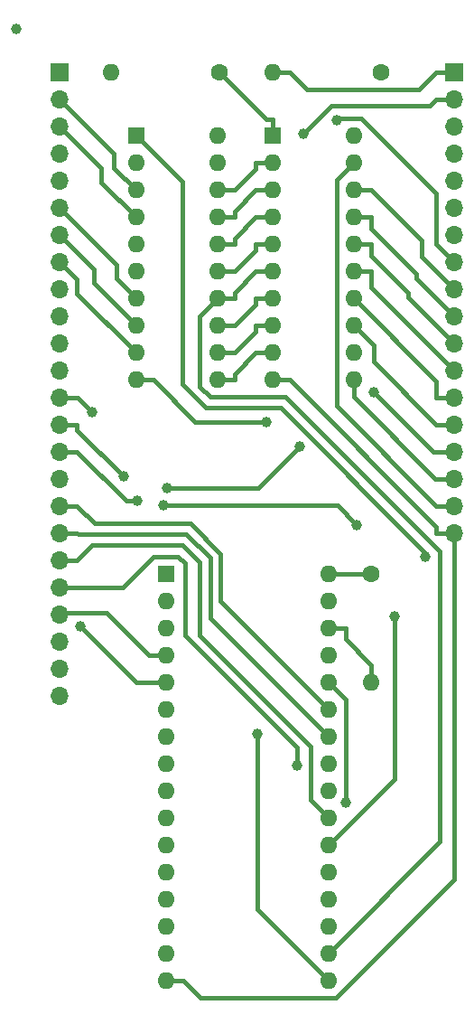
<source format=gbr>
%TF.GenerationSoftware,KiCad,Pcbnew,7.0.2*%
%TF.CreationDate,2023-06-04T09:31:09+01:00*%
%TF.ProjectId,RIO-128K_ZXspectrum_impl_narrow,52494f2d-3132-4384-9b5f-5a5873706563,rev?*%
%TF.SameCoordinates,PX69db9c0PY3ef1480*%
%TF.FileFunction,Copper,L1,Top*%
%TF.FilePolarity,Positive*%
%FSLAX46Y46*%
G04 Gerber Fmt 4.6, Leading zero omitted, Abs format (unit mm)*
G04 Created by KiCad (PCBNEW 7.0.2) date 2023-06-04 09:31:09*
%MOMM*%
%LPD*%
G01*
G04 APERTURE LIST*
%TA.AperFunction,ComponentPad*%
%ADD10R,1.600000X1.600000*%
%TD*%
%TA.AperFunction,ComponentPad*%
%ADD11O,1.600000X1.600000*%
%TD*%
%TA.AperFunction,ComponentPad*%
%ADD12C,1.600000*%
%TD*%
%TA.AperFunction,ComponentPad*%
%ADD13R,1.700000X1.700000*%
%TD*%
%TA.AperFunction,ComponentPad*%
%ADD14O,1.700000X1.700000*%
%TD*%
%TA.AperFunction,ViaPad*%
%ADD15C,1.000000*%
%TD*%
%TA.AperFunction,Conductor*%
%ADD16C,0.400000*%
%TD*%
G04 APERTURE END LIST*
D10*
%TO.P,RIO_DECODER1,1,A->B*%
%TO.N,Net-(RIO_DECODER1-A->B)*%
X24000000Y-10000000D03*
D11*
%TO.P,RIO_DECODER1,2,A0*%
%TO.N,/RIO-128K_ZXspectrum/ROM_D0*%
X24000000Y-12540000D03*
%TO.P,RIO_DECODER1,3,A1*%
%TO.N,/RIO-128K_ZXspectrum/ROM_D1*%
X24000000Y-15080000D03*
%TO.P,RIO_DECODER1,4,A2*%
%TO.N,/RIO-128K_ZXspectrum/ROM_D2*%
X24000000Y-17620000D03*
%TO.P,RIO_DECODER1,5,A3*%
%TO.N,/RIO-128K_ZXspectrum/ROM_D3*%
X24000000Y-20160000D03*
%TO.P,RIO_DECODER1,6,A4*%
%TO.N,/RIO-128K_ZXspectrum/ROM_D4*%
X24000000Y-22700000D03*
%TO.P,RIO_DECODER1,7,A5*%
%TO.N,/RIO-128K_ZXspectrum/ROM_D5*%
X24000000Y-25240000D03*
%TO.P,RIO_DECODER1,8,A6*%
%TO.N,/RIO-128K_ZXspectrum/ROM_D6*%
X24000000Y-27780000D03*
%TO.P,RIO_DECODER1,9,A7*%
%TO.N,/RIO-128K_ZXspectrum/ROM_D7*%
X24000000Y-30320000D03*
%TO.P,RIO_DECODER1,10,GND*%
%TO.N,GND*%
X24000000Y-32860000D03*
%TO.P,RIO_DECODER1,11,B7*%
%TO.N,/RIO-128K_ZXspectrum/Z80_HARDLOCK_SET*%
X31620000Y-32860000D03*
%TO.P,RIO_DECODER1,12,B6*%
%TO.N,/RIO-128K_ZXspectrum/Z80_HARDLOCK_RESET*%
X31620000Y-30320000D03*
%TO.P,RIO_DECODER1,13,B5*%
%TO.N,/RIO-128K_ZXspectrum/WAIT_IO*%
X31620000Y-27780000D03*
%TO.P,RIO_DECODER1,14,B4*%
%TO.N,/RIO-128K_ZXspectrum/CACHE_DATASTATUS*%
X31620000Y-25240000D03*
%TO.P,RIO_DECODER1,15,B3*%
%TO.N,/RIO-128K_ZXspectrum/CACHE_SEL_3*%
X31620000Y-22700000D03*
%TO.P,RIO_DECODER1,16,B2*%
%TO.N,/RIO-128K_ZXspectrum/CACHE_SEL_2*%
X31620000Y-20160000D03*
%TO.P,RIO_DECODER1,17,B1*%
%TO.N,/RIO-128K_ZXspectrum/CACHE_SEL_1*%
X31620000Y-17620000D03*
%TO.P,RIO_DECODER1,18,B0*%
%TO.N,/RIO-128K_ZXspectrum/CACHE_SEL_0*%
X31620000Y-15080000D03*
%TO.P,RIO_DECODER1,19,CE*%
%TO.N,/RIO-128K_ZXspectrum/PERM_Z80_IORQ*%
X31620000Y-12540000D03*
%TO.P,RIO_DECODER1,20,VCC*%
%TO.N,+5V*%
X31620000Y-10000000D03*
%TD*%
D12*
%TO.P,R3,1*%
%TO.N,/RIO-128K_ZXspectrum/CACHE_DATASTATUS*%
X34160000Y-4000000D03*
D11*
%TO.P,R3,2*%
%TO.N,+5V*%
X24000000Y-4000000D03*
%TD*%
D10*
%TO.P,RIO1,1,NC*%
%TO.N,unconnected-(RIO1-NC-Pad1)*%
X14000000Y-51000000D03*
D11*
%TO.P,RIO1,2,A16*%
%TO.N,/RIO-128K_ZXspectrum/RIO_CONTROL.A16*%
X14000000Y-53540000D03*
%TO.P,RIO1,3,A14*%
%TO.N,/RIO-128K_ZXspectrum/RIO_CONTROL.A14*%
X14000000Y-56080000D03*
%TO.P,RIO1,4,A12*%
%TO.N,/RIO-128K_ZXspectrum/Z80_A12*%
X14000000Y-58620000D03*
%TO.P,RIO1,5,A7*%
%TO.N,/RIO-128K_ZXspectrum/Z80_A7*%
X14000000Y-61160000D03*
%TO.P,RIO1,6,A6*%
%TO.N,/RIO-128K_ZXspectrum/Z80_A6*%
X14000000Y-63700000D03*
%TO.P,RIO1,7,A5*%
%TO.N,/RIO-128K_ZXspectrum/Z80_A5*%
X14000000Y-66240000D03*
%TO.P,RIO1,8,A4*%
%TO.N,/RIO-128K_ZXspectrum/Z80_A4*%
X14000000Y-68780000D03*
%TO.P,RIO1,9,A3*%
%TO.N,/RIO-128K_ZXspectrum/Z80_A3*%
X14000000Y-71320000D03*
%TO.P,RIO1,10,A2*%
%TO.N,/RIO-128K_ZXspectrum/Z80_A2*%
X14000000Y-73860000D03*
%TO.P,RIO1,11,A1*%
%TO.N,/RIO-128K_ZXspectrum/Z80_A1*%
X14000000Y-76400000D03*
%TO.P,RIO1,12,A0*%
%TO.N,/RIO-128K_ZXspectrum/Z80_A0*%
X14000000Y-78940000D03*
%TO.P,RIO1,13,DQ0*%
%TO.N,/RIO-128K_ZXspectrum/ROM_D0*%
X14000000Y-81480000D03*
%TO.P,RIO1,14,DQ1*%
%TO.N,/RIO-128K_ZXspectrum/ROM_D1*%
X14000000Y-84020000D03*
%TO.P,RIO1,15,DQ2*%
%TO.N,/RIO-128K_ZXspectrum/ROM_D2*%
X14000000Y-86560000D03*
%TO.P,RIO1,16,VSS*%
%TO.N,GND*%
X14000000Y-89100000D03*
%TO.P,RIO1,17,DQ3*%
%TO.N,/RIO-128K_ZXspectrum/ROM_D3*%
X29240000Y-89100000D03*
%TO.P,RIO1,18,DQ4*%
%TO.N,/RIO-128K_ZXspectrum/ROM_D4*%
X29240000Y-86560000D03*
%TO.P,RIO1,19,DQ5*%
%TO.N,/RIO-128K_ZXspectrum/ROM_D5*%
X29240000Y-84020000D03*
%TO.P,RIO1,20,DQ6*%
%TO.N,/RIO-128K_ZXspectrum/ROM_D6*%
X29240000Y-81480000D03*
%TO.P,RIO1,21,DQ7*%
%TO.N,/RIO-128K_ZXspectrum/ROM_D7*%
X29240000Y-78940000D03*
%TO.P,RIO1,22,CE#*%
%TO.N,/RIO-128K_ZXspectrum/RIO_CONTROL.CE*%
X29240000Y-76400000D03*
%TO.P,RIO1,23,A10*%
%TO.N,/RIO-128K_ZXspectrum/Z80_A10*%
X29240000Y-73860000D03*
%TO.P,RIO1,24,OE#*%
%TO.N,/RIO-128K_ZXspectrum/RIO_CONTROL.OE*%
X29240000Y-71320000D03*
%TO.P,RIO1,25,A11*%
%TO.N,/RIO-128K_ZXspectrum/Z80_A11*%
X29240000Y-68780000D03*
%TO.P,RIO1,26,A9*%
%TO.N,/RIO-128K_ZXspectrum/Z80_A9*%
X29240000Y-66240000D03*
%TO.P,RIO1,27,A8*%
%TO.N,/RIO-128K_ZXspectrum/Z80_A8*%
X29240000Y-63700000D03*
%TO.P,RIO1,28,A13*%
%TO.N,/RIO-128K_ZXspectrum/Z80_A13*%
X29240000Y-61160000D03*
%TO.P,RIO1,29,WE#*%
%TO.N,/RIO-128K_ZXspectrum/RIO_CONTROL.WE*%
X29240000Y-58620000D03*
%TO.P,RIO1,30,CE2#*%
%TO.N,/RIO-128K_ZXspectrum/RIO_CE2*%
X29240000Y-56080000D03*
%TO.P,RIO1,31,A15*%
%TO.N,/RIO-128K_ZXspectrum/RIO_CONTROL.A15*%
X29240000Y-53540000D03*
%TO.P,RIO1,32,VCC*%
%TO.N,+5V*%
X29240000Y-51000000D03*
%TD*%
D10*
%TO.P,Z80-RIO_DATA1,1,A->B*%
%TO.N,/RIO-128K_ZXspectrum/RIO_CONTROL.OE*%
X11200000Y-10000000D03*
D11*
%TO.P,Z80-RIO_DATA1,2,A0*%
%TO.N,/RIO-128K_ZXspectrum/Z80_D0*%
X11200000Y-12540000D03*
%TO.P,Z80-RIO_DATA1,3,A1*%
%TO.N,/RIO-128K_ZXspectrum/Z80_D1*%
X11200000Y-15080000D03*
%TO.P,Z80-RIO_DATA1,4,A2*%
%TO.N,/RIO-128K_ZXspectrum/Z80_D2*%
X11200000Y-17620000D03*
%TO.P,Z80-RIO_DATA1,5,A3*%
%TO.N,/RIO-128K_ZXspectrum/Z80_D3*%
X11200000Y-20160000D03*
%TO.P,Z80-RIO_DATA1,6,A4*%
%TO.N,/RIO-128K_ZXspectrum/Z80_D4*%
X11200000Y-22700000D03*
%TO.P,Z80-RIO_DATA1,7,A5*%
%TO.N,/RIO-128K_ZXspectrum/Z80_D5*%
X11200000Y-25240000D03*
%TO.P,Z80-RIO_DATA1,8,A6*%
%TO.N,/RIO-128K_ZXspectrum/Z80_D6*%
X11200000Y-27780000D03*
%TO.P,Z80-RIO_DATA1,9,A7*%
%TO.N,/RIO-128K_ZXspectrum/Z80_D7*%
X11200000Y-30320000D03*
%TO.P,Z80-RIO_DATA1,10,GND*%
%TO.N,GND*%
X11200000Y-32860000D03*
%TO.P,Z80-RIO_DATA1,11,B7*%
%TO.N,/RIO-128K_ZXspectrum/ROM_D7*%
X18820000Y-32860000D03*
%TO.P,Z80-RIO_DATA1,12,B6*%
%TO.N,/RIO-128K_ZXspectrum/ROM_D6*%
X18820000Y-30320000D03*
%TO.P,Z80-RIO_DATA1,13,B5*%
%TO.N,/RIO-128K_ZXspectrum/ROM_D5*%
X18820000Y-27780000D03*
%TO.P,Z80-RIO_DATA1,14,B4*%
%TO.N,/RIO-128K_ZXspectrum/ROM_D4*%
X18820000Y-25240000D03*
%TO.P,Z80-RIO_DATA1,15,B3*%
%TO.N,/RIO-128K_ZXspectrum/ROM_D3*%
X18820000Y-22700000D03*
%TO.P,Z80-RIO_DATA1,16,B2*%
%TO.N,/RIO-128K_ZXspectrum/ROM_D2*%
X18820000Y-20160000D03*
%TO.P,Z80-RIO_DATA1,17,B1*%
%TO.N,/RIO-128K_ZXspectrum/ROM_D1*%
X18820000Y-17620000D03*
%TO.P,Z80-RIO_DATA1,18,B0*%
%TO.N,/RIO-128K_ZXspectrum/ROM_D0*%
X18820000Y-15080000D03*
%TO.P,Z80-RIO_DATA1,19,CE*%
%TO.N,/RIO-128K_ZXspectrum/RIO_CONTROL.ROM_RDY*%
X18820000Y-12540000D03*
%TO.P,Z80-RIO_DATA1,20,VCC*%
%TO.N,+5V*%
X18820000Y-10000000D03*
%TD*%
D13*
%TO.P,J1,1,Pin_1*%
%TO.N,/RIO-128K_ZXspectrum/Z80_D0*%
X4000000Y-4000000D03*
D14*
%TO.P,J1,2,Pin_2*%
%TO.N,/RIO-128K_ZXspectrum/Z80_D1*%
X4000000Y-6540000D03*
%TO.P,J1,3,Pin_3*%
%TO.N,/RIO-128K_ZXspectrum/Z80_D2*%
X4000000Y-9080000D03*
%TO.P,J1,4,Pin_4*%
%TO.N,/RIO-128K_ZXspectrum/Z80_D3*%
X4000000Y-11620000D03*
%TO.P,J1,5,Pin_5*%
%TO.N,/RIO-128K_ZXspectrum/Z80_D4*%
X4000000Y-14160000D03*
%TO.P,J1,6,Pin_6*%
%TO.N,/RIO-128K_ZXspectrum/Z80_D5*%
X4000000Y-16700000D03*
%TO.P,J1,7,Pin_7*%
%TO.N,/RIO-128K_ZXspectrum/Z80_D6*%
X4000000Y-19240000D03*
%TO.P,J1,8,Pin_8*%
%TO.N,/RIO-128K_ZXspectrum/Z80_D7*%
X4000000Y-21780000D03*
%TO.P,J1,9,Pin_9*%
%TO.N,/RIO-128K_ZXspectrum/Z80_A0*%
X4000000Y-24320000D03*
%TO.P,J1,10,Pin_10*%
%TO.N,/RIO-128K_ZXspectrum/Z80_A1*%
X4000000Y-26860000D03*
%TO.P,J1,11,Pin_11*%
%TO.N,/RIO-128K_ZXspectrum/Z80_A2*%
X4000000Y-29400000D03*
%TO.P,J1,12,Pin_12*%
%TO.N,/RIO-128K_ZXspectrum/Z80_A3*%
X4000000Y-31940000D03*
%TO.P,J1,13,Pin_13*%
%TO.N,/RIO-128K_ZXspectrum/Z80_A4*%
X4000000Y-34480000D03*
%TO.P,J1,14,Pin_14*%
%TO.N,/RIO-128K_ZXspectrum/Z80_A5*%
X4000000Y-37020000D03*
%TO.P,J1,15,Pin_15*%
%TO.N,/RIO-128K_ZXspectrum/Z80_A6*%
X4000000Y-39560000D03*
%TO.P,J1,16,Pin_16*%
%TO.N,/RIO-128K_ZXspectrum/Z80_A7*%
X4000000Y-42100000D03*
%TO.P,J1,17,Pin_17*%
%TO.N,/RIO-128K_ZXspectrum/Z80_A8*%
X4000000Y-44640000D03*
%TO.P,J1,18,Pin_18*%
%TO.N,/RIO-128K_ZXspectrum/Z80_A9*%
X4000000Y-47180000D03*
%TO.P,J1,19,Pin_19*%
%TO.N,/RIO-128K_ZXspectrum/Z80_A10*%
X4000000Y-49720000D03*
%TO.P,J1,20,Pin_20*%
%TO.N,/RIO-128K_ZXspectrum/Z80_A11*%
X4000000Y-52260000D03*
%TO.P,J1,21,Pin_21*%
%TO.N,/RIO-128K_ZXspectrum/Z80_A12*%
X4000000Y-54800000D03*
%TO.P,J1,22,Pin_22*%
%TO.N,/RIO-128K_ZXspectrum/Z80_A13*%
X4000000Y-57340000D03*
%TO.P,J1,23,Pin_23*%
%TO.N,/RIO-128K_ZXspectrum/Z80_A14*%
X4000000Y-59880000D03*
%TO.P,J1,24,Pin_24*%
%TO.N,/RIO-128K_ZXspectrum/Z80_A15*%
X4000000Y-62420000D03*
%TD*%
D13*
%TO.P,J2,1,Pin_1*%
%TO.N,+5V*%
X41000000Y-4000000D03*
D14*
%TO.P,J2,2,Pin_2*%
%TO.N,/RIO-128K_ZXspectrum/RIO_CONTROL.A16*%
X41000000Y-6540000D03*
%TO.P,J2,3,Pin_3*%
%TO.N,/RIO-128K_ZXspectrum/RIO_CONTROL.A15*%
X41000000Y-9080000D03*
%TO.P,J2,4,Pin_4*%
%TO.N,/RIO-128K_ZXspectrum/RIO_CONTROL.A14*%
X41000000Y-11620000D03*
%TO.P,J2,5,Pin_5*%
%TO.N,/RIO-128K_ZXspectrum/RIO_CONTROL.WE*%
X41000000Y-14160000D03*
%TO.P,J2,6,Pin_6*%
%TO.N,/RIO-128K_ZXspectrum/RIO_CONTROL.CE*%
X41000000Y-16700000D03*
%TO.P,J2,7,Pin_7*%
%TO.N,/RIO-128K_ZXspectrum/RIO_CONTROL.OE*%
X41000000Y-19240000D03*
%TO.P,J2,8,Pin_8*%
%TO.N,/RIO-128K_ZXspectrum/RIO_CONTROL.ROM_RDY*%
X41000000Y-21780000D03*
%TO.P,J2,9,Pin_9*%
%TO.N,/RIO-128K_ZXspectrum/CACHE_SEL_0*%
X41000000Y-24320000D03*
%TO.P,J2,10,Pin_10*%
%TO.N,/RIO-128K_ZXspectrum/CACHE_SEL_1*%
X41000000Y-26860000D03*
%TO.P,J2,11,Pin_11*%
%TO.N,/RIO-128K_ZXspectrum/CACHE_SEL_2*%
X41000000Y-29400000D03*
%TO.P,J2,12,Pin_12*%
%TO.N,/RIO-128K_ZXspectrum/CACHE_SEL_3*%
X41000000Y-31940000D03*
%TO.P,J2,13,Pin_13*%
%TO.N,/RIO-128K_ZXspectrum/CACHE_DATASTATUS*%
X41000000Y-34480000D03*
%TO.P,J2,14,Pin_14*%
%TO.N,/RIO-128K_ZXspectrum/WAIT_IO*%
X41000000Y-37020000D03*
%TO.P,J2,15,Pin_15*%
%TO.N,/RIO-128K_ZXspectrum/Z80_HARDLOCK_RESET*%
X41000000Y-39560000D03*
%TO.P,J2,16,Pin_16*%
%TO.N,/RIO-128K_ZXspectrum/Z80_HARDLOCK_SET*%
X41000000Y-42100000D03*
%TO.P,J2,17,Pin_17*%
%TO.N,/RIO-128K_ZXspectrum/PERM_Z80_IORQ*%
X41000000Y-44640000D03*
%TO.P,J2,18,Pin_18*%
%TO.N,GND*%
X41000000Y-47180000D03*
%TD*%
D12*
%TO.P,R1,1*%
%TO.N,+5V*%
X33240000Y-51000000D03*
D11*
%TO.P,R1,2*%
%TO.N,/RIO-128K_ZXspectrum/RIO_CE2*%
X33240000Y-61160000D03*
%TD*%
D12*
%TO.P,R2,1*%
%TO.N,Net-(RIO_DECODER1-A->B)*%
X19000000Y-4000000D03*
D11*
%TO.P,R2,2*%
%TO.N,+5V*%
X8840000Y-4000000D03*
%TD*%
D15*
%TO.N,*%
X0Y0D03*
%TO.N,/RIO-128K_ZXspectrum/Z80_A4*%
X7098500Y-35876100D03*
%TO.N,/RIO-128K_ZXspectrum/Z80_A5*%
X10009400Y-41909400D03*
%TO.N,/RIO-128K_ZXspectrum/Z80_A6*%
X11335500Y-44185300D03*
%TO.N,/RIO-128K_ZXspectrum/Z80_A7*%
X5997900Y-55942400D03*
%TO.N,/RIO-128K_ZXspectrum/Z80_A11*%
X26263200Y-68947100D03*
%TO.N,/RIO-128K_ZXspectrum/Z80_A13*%
X30840100Y-72466600D03*
%TO.N,/RIO-128K_ZXspectrum/RIO_CONTROL.A16*%
X14142500Y-42964200D03*
X26924900Y-9755800D03*
X26520700Y-39057100D03*
%TO.N,/RIO-128K_ZXspectrum/RIO_CONTROL.A14*%
X13775900Y-44606400D03*
X31924200Y-46416300D03*
%TO.N,GND*%
X23419400Y-36769700D03*
%TO.N,/RIO-128K_ZXspectrum/ROM_D3*%
X22612000Y-66048100D03*
%TO.N,/RIO-128K_ZXspectrum/RIO_CONTROL.CE*%
X35404700Y-55035800D03*
%TO.N,/RIO-128K_ZXspectrum/RIO_CONTROL.OE*%
X38349000Y-49439800D03*
%TO.N,/RIO-128K_ZXspectrum/Z80_HARDLOCK_RESET*%
X33490800Y-33984900D03*
%TO.N,/RIO-128K_ZXspectrum/RIO_CONTROL.ROM_RDY*%
X30034700Y-8531000D03*
%TD*%
D16*
%TO.N,/RIO-128K_ZXspectrum/Z80_D1*%
X9134700Y-13014700D02*
X11200000Y-15080000D01*
X4000000Y-6540000D02*
X9134700Y-11674700D01*
X9134700Y-11674700D02*
X9134700Y-13014700D01*
%TO.N,/RIO-128K_ZXspectrum/Z80_D2*%
X7941700Y-14361700D02*
X11200000Y-17620000D01*
X7941700Y-13021700D02*
X7941700Y-14361700D01*
X4000000Y-9080000D02*
X7941700Y-13021700D01*
%TO.N,/RIO-128K_ZXspectrum/Z80_D5*%
X4000000Y-16700000D02*
X9335700Y-22035700D01*
X9335700Y-22035700D02*
X9335700Y-23375700D01*
X9335700Y-23375700D02*
X11200000Y-25240000D01*
%TO.N,/RIO-128K_ZXspectrum/Z80_D6*%
X7208300Y-23788300D02*
X11200000Y-27780000D01*
X4000000Y-19240000D02*
X7208300Y-22448300D01*
X7208300Y-22448300D02*
X7208300Y-23788300D01*
%TO.N,/RIO-128K_ZXspectrum/Z80_D7*%
X5650200Y-23430200D02*
X5650200Y-24770200D01*
X5650200Y-24770200D02*
X11200000Y-30320000D01*
X4000000Y-21780000D02*
X5650200Y-23430200D01*
%TO.N,/RIO-128K_ZXspectrum/Z80_A4*%
X4000000Y-34480000D02*
X5702400Y-34480000D01*
X5702400Y-34480000D02*
X7098500Y-35876100D01*
%TO.N,/RIO-128K_ZXspectrum/Z80_A5*%
X5650100Y-37550100D02*
X10009400Y-41909400D01*
X5650100Y-37020000D02*
X5650100Y-37550100D01*
X4000000Y-37020000D02*
X5650100Y-37020000D01*
%TO.N,/RIO-128K_ZXspectrum/Z80_A6*%
X10275400Y-44185300D02*
X11335500Y-44185300D01*
X5650100Y-39560000D02*
X10275400Y-44185300D01*
X4000000Y-39560000D02*
X5650100Y-39560000D01*
%TO.N,/RIO-128K_ZXspectrum/Z80_A7*%
X11215500Y-61160000D02*
X14000000Y-61160000D01*
X5997900Y-55942400D02*
X11215500Y-61160000D01*
%TO.N,/RIO-128K_ZXspectrum/Z80_A8*%
X19129400Y-53589400D02*
X19129400Y-49121000D01*
X19129400Y-49121000D02*
X16331200Y-46322800D01*
X16331200Y-46322800D02*
X7332900Y-46322800D01*
X7332900Y-46322800D02*
X5650100Y-44640000D01*
X29240000Y-63700000D02*
X19129400Y-53589400D01*
X4000000Y-44640000D02*
X5650100Y-44640000D01*
%TO.N,/RIO-128K_ZXspectrum/Z80_A9*%
X18129300Y-55129300D02*
X18129300Y-49535200D01*
X15917000Y-47322900D02*
X5793000Y-47322900D01*
X5793000Y-47322900D02*
X5650100Y-47180000D01*
X18129300Y-49535200D02*
X15917000Y-47322900D01*
X29240000Y-66240000D02*
X18129300Y-55129300D01*
X4000000Y-47180000D02*
X5650100Y-47180000D01*
%TO.N,/RIO-128K_ZXspectrum/Z80_A10*%
X29240000Y-73860000D02*
X27563300Y-72183300D01*
X15502700Y-48323000D02*
X7047100Y-48323000D01*
X7047100Y-48323000D02*
X5650100Y-49720000D01*
X4000000Y-49720000D02*
X5650100Y-49720000D01*
X17129100Y-56749800D02*
X17129100Y-49949400D01*
X17129100Y-49949400D02*
X15502700Y-48323000D01*
X27563300Y-67184000D02*
X17129100Y-56749800D01*
X27563300Y-72183300D02*
X27563300Y-67184000D01*
%TO.N,/RIO-128K_ZXspectrum/Z80_A11*%
X9973600Y-52260000D02*
X12848000Y-49385600D01*
X26263200Y-67298200D02*
X26263200Y-68947100D01*
X15775600Y-50010200D02*
X15775600Y-56810600D01*
X15151000Y-49385600D02*
X15775600Y-50010200D01*
X15775600Y-56810600D02*
X26263200Y-67298200D01*
X4000000Y-52260000D02*
X9973600Y-52260000D01*
X12848000Y-49385600D02*
X15151000Y-49385600D01*
%TO.N,/RIO-128K_ZXspectrum/Z80_A12*%
X12399900Y-58620000D02*
X8422200Y-54642300D01*
X4157700Y-54642300D02*
X4000000Y-54800000D01*
X14000000Y-58620000D02*
X12399900Y-58620000D01*
X8422200Y-54642300D02*
X4157700Y-54642300D01*
%TO.N,/RIO-128K_ZXspectrum/Z80_A13*%
X30840100Y-62760100D02*
X30840100Y-72466600D01*
X29240000Y-61160000D02*
X30840100Y-62760100D01*
%TO.N,+5V*%
X39349900Y-4000000D02*
X37749000Y-5600900D01*
X37749000Y-5600900D02*
X27201000Y-5600900D01*
X27201000Y-5600900D02*
X25600100Y-4000000D01*
X41000000Y-4000000D02*
X39349900Y-4000000D01*
X33240000Y-51000000D02*
X29240000Y-51000000D01*
X24000000Y-4000000D02*
X25600100Y-4000000D01*
%TO.N,/RIO-128K_ZXspectrum/RIO_CE2*%
X30840100Y-57160000D02*
X30840100Y-56080000D01*
X33240000Y-59559900D02*
X30840100Y-57160000D01*
X29240000Y-56080000D02*
X30840100Y-56080000D01*
X33240000Y-61160000D02*
X33240000Y-59559900D01*
%TO.N,Net-(RIO_DECODER1-A->B)*%
X24000000Y-10000000D02*
X24000000Y-8399900D01*
X19000000Y-4000000D02*
X23399900Y-8399900D01*
X23399900Y-8399900D02*
X24000000Y-8399900D01*
%TO.N,/RIO-128K_ZXspectrum/CACHE_DATASTATUS*%
X39349900Y-32969900D02*
X31620000Y-25240000D01*
X41000000Y-34480000D02*
X39349900Y-34480000D01*
X39349900Y-34480000D02*
X39349900Y-32969900D01*
%TO.N,/RIO-128K_ZXspectrum/RIO_CONTROL.A16*%
X38755800Y-7134100D02*
X29546600Y-7134100D01*
X26520700Y-39057100D02*
X22613600Y-42964200D01*
X22613600Y-42964200D02*
X14142500Y-42964200D01*
X41000000Y-6540000D02*
X39349900Y-6540000D01*
X39349900Y-6540000D02*
X38755800Y-7134100D01*
X29546600Y-7134100D02*
X26924900Y-9755800D01*
%TO.N,/RIO-128K_ZXspectrum/RIO_CONTROL.A14*%
X30114300Y-44606400D02*
X13775900Y-44606400D01*
X31924200Y-46416300D02*
X30114300Y-44606400D01*
%TO.N,/RIO-128K_ZXspectrum/ROM_D0*%
X24000000Y-12540000D02*
X22399900Y-12540000D01*
X18820000Y-15080000D02*
X20420100Y-15080000D01*
X22399900Y-13100200D02*
X22399900Y-12540000D01*
X20420100Y-15080000D02*
X22399900Y-13100200D01*
%TO.N,/RIO-128K_ZXspectrum/ROM_D1*%
X18820000Y-17620000D02*
X20420100Y-17620000D01*
X20420100Y-17059800D02*
X22399900Y-15080000D01*
X20420100Y-17620000D02*
X20420100Y-17059800D01*
X24000000Y-15080000D02*
X22399900Y-15080000D01*
%TO.N,/RIO-128K_ZXspectrum/ROM_D2*%
X24000000Y-17620000D02*
X22399900Y-17620000D01*
X20420100Y-19599800D02*
X22399900Y-17620000D01*
X20420100Y-20160000D02*
X20420100Y-19599800D01*
X18820000Y-20160000D02*
X20420100Y-20160000D01*
%TO.N,GND*%
X41000000Y-47180000D02*
X41000000Y-48830100D01*
X14000000Y-89100000D02*
X15600100Y-89100000D01*
X15600100Y-89100000D02*
X17201200Y-90701100D01*
X29955700Y-90701100D02*
X41000000Y-79656800D01*
X11200000Y-32860000D02*
X12800100Y-32860000D01*
X12800100Y-32860000D02*
X16709800Y-36769700D01*
X39349900Y-46609800D02*
X25600100Y-32860000D01*
X41000000Y-47180000D02*
X39349900Y-47180000D01*
X24000000Y-32860000D02*
X25600100Y-32860000D01*
X16709800Y-36769700D02*
X23419400Y-36769700D01*
X17201200Y-90701100D02*
X29955700Y-90701100D01*
X39349900Y-47180000D02*
X39349900Y-46609800D01*
X41000000Y-79656800D02*
X41000000Y-48830100D01*
%TO.N,/RIO-128K_ZXspectrum/ROM_D3*%
X20420100Y-22700000D02*
X22399900Y-20720200D01*
X24000000Y-20160000D02*
X22399900Y-20160000D01*
X18820000Y-22700000D02*
X20420100Y-22700000D01*
X22399900Y-20720200D02*
X22399900Y-20160000D01*
X22612000Y-82472000D02*
X22612000Y-66048100D01*
X29240000Y-89100000D02*
X22612000Y-82472000D01*
%TO.N,/RIO-128K_ZXspectrum/ROM_D4*%
X20420100Y-25240000D02*
X20420100Y-24679800D01*
X18147600Y-34469500D02*
X17184900Y-33506800D01*
X18820000Y-25240000D02*
X20420100Y-25240000D01*
X39696400Y-76103600D02*
X39696400Y-48944700D01*
X25221200Y-34469500D02*
X18147600Y-34469500D01*
X39696400Y-48944700D02*
X25221200Y-34469500D01*
X20420100Y-24679800D02*
X22399900Y-22700000D01*
X29240000Y-86560000D02*
X39696400Y-76103600D01*
X24000000Y-22700000D02*
X22399900Y-22700000D01*
X17184900Y-33506800D02*
X17184900Y-26875100D01*
X17184900Y-26875100D02*
X18820000Y-25240000D01*
%TO.N,/RIO-128K_ZXspectrum/ROM_D5*%
X22399900Y-25800200D02*
X22399900Y-25240000D01*
X20420100Y-27780000D02*
X22399900Y-25800200D01*
X24000000Y-25240000D02*
X22399900Y-25240000D01*
X18820000Y-27780000D02*
X20420100Y-27780000D01*
%TO.N,/RIO-128K_ZXspectrum/ROM_D6*%
X18820000Y-30320000D02*
X20420100Y-30320000D01*
X20420100Y-30320000D02*
X22399900Y-28340200D01*
X22399900Y-28340200D02*
X22399900Y-27780000D01*
X24000000Y-27780000D02*
X22399900Y-27780000D01*
%TO.N,/RIO-128K_ZXspectrum/ROM_D7*%
X24000000Y-30320000D02*
X22399900Y-30320000D01*
X22399900Y-30320000D02*
X20420100Y-32299800D01*
X20420100Y-32299800D02*
X20420100Y-32860000D01*
X18820000Y-32860000D02*
X20420100Y-32860000D01*
%TO.N,/RIO-128K_ZXspectrum/RIO_CONTROL.CE*%
X29240000Y-76400000D02*
X35404700Y-70235300D01*
X35404700Y-70235300D02*
X35404700Y-55035800D01*
%TO.N,/RIO-128K_ZXspectrum/RIO_CONTROL.OE*%
X38349000Y-49439800D02*
X38349000Y-49046700D01*
X15515400Y-14315400D02*
X11200000Y-10000000D01*
X38349000Y-49046700D02*
X24771900Y-35469600D01*
X24771900Y-35469600D02*
X17733400Y-35469600D01*
X17733400Y-35469600D02*
X15515400Y-33251600D01*
X15515400Y-33251600D02*
X15515400Y-14315400D01*
%TO.N,/RIO-128K_ZXspectrum/Z80_HARDLOCK_SET*%
X39259900Y-42100000D02*
X39349900Y-42100000D01*
X31620000Y-32860000D02*
X31620000Y-34460100D01*
X41000000Y-42100000D02*
X39349900Y-42100000D01*
X31620000Y-34460100D02*
X39259900Y-42100000D01*
%TO.N,/RIO-128K_ZXspectrum/Z80_HARDLOCK_RESET*%
X41000000Y-39560000D02*
X39065900Y-39560000D01*
X39065900Y-39560000D02*
X33490800Y-33984900D01*
%TO.N,/RIO-128K_ZXspectrum/WAIT_IO*%
X33484300Y-29644300D02*
X31620000Y-27780000D01*
X33484300Y-31154400D02*
X33484300Y-29644300D01*
X41000000Y-37020000D02*
X39349900Y-37020000D01*
X39349900Y-37020000D02*
X33484300Y-31154400D01*
%TO.N,/RIO-128K_ZXspectrum/CACHE_SEL_3*%
X31620000Y-22700000D02*
X33220100Y-22700000D01*
X41000000Y-31940000D02*
X33220100Y-24160100D01*
X33220100Y-24160100D02*
X33220100Y-22700000D01*
%TO.N,/RIO-128K_ZXspectrum/CACHE_SEL_2*%
X36690600Y-24671900D02*
X36690600Y-25090600D01*
X33220100Y-20160000D02*
X33220100Y-21201400D01*
X36690600Y-25090600D02*
X41000000Y-29400000D01*
X31620000Y-20160000D02*
X33220100Y-20160000D01*
X33220100Y-21201400D02*
X36690600Y-24671900D01*
%TO.N,/RIO-128K_ZXspectrum/CACHE_SEL_1*%
X31620000Y-17620000D02*
X33220100Y-17620000D01*
X33220100Y-18661400D02*
X37451100Y-22892400D01*
X33220100Y-17620000D02*
X33220100Y-18661400D01*
X37451100Y-23311100D02*
X41000000Y-26860000D01*
X37451100Y-22892400D02*
X37451100Y-23311100D01*
%TO.N,/RIO-128K_ZXspectrum/CACHE_SEL_0*%
X33220100Y-15080000D02*
X37951100Y-19811000D01*
X31620000Y-15080000D02*
X33220100Y-15080000D01*
X37951100Y-19811000D02*
X37951100Y-21271100D01*
X37951100Y-21271100D02*
X41000000Y-24320000D01*
%TO.N,/RIO-128K_ZXspectrum/PERM_Z80_IORQ*%
X30012400Y-14147600D02*
X31620000Y-12540000D01*
X39349900Y-44640000D02*
X30012400Y-35302500D01*
X41000000Y-44640000D02*
X39349900Y-44640000D01*
X30012400Y-35302500D02*
X30012400Y-14147600D01*
%TO.N,/RIO-128K_ZXspectrum/RIO_CONTROL.ROM_RDY*%
X32333400Y-8377400D02*
X30188300Y-8377400D01*
X39349800Y-15393800D02*
X32333400Y-8377400D01*
X30188300Y-8377400D02*
X30034700Y-8531000D01*
X39349800Y-20129800D02*
X39349800Y-15393800D01*
X41000000Y-21780000D02*
X39349800Y-20129800D01*
%TD*%
M02*

</source>
